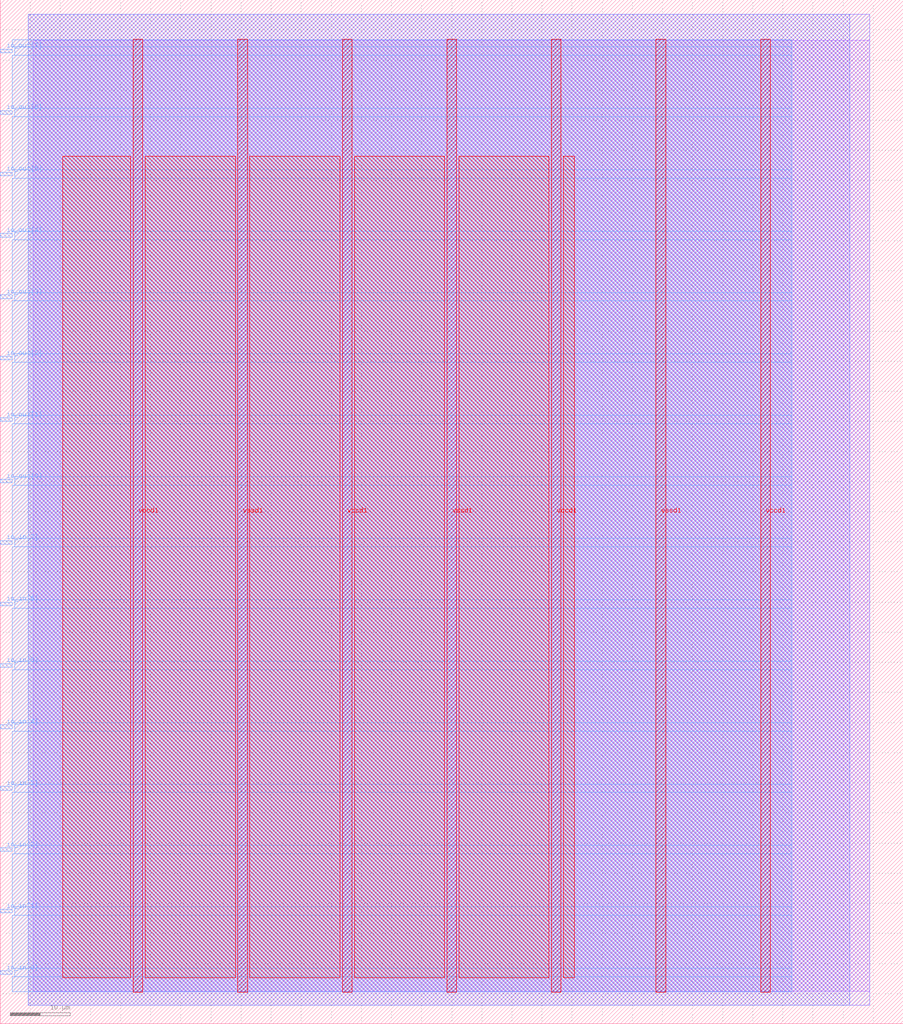
<source format=lef>
VERSION 5.7 ;
  NOWIREEXTENSIONATPIN ON ;
  DIVIDERCHAR "/" ;
  BUSBITCHARS "[]" ;
MACRO gatecat_fpga_top
  CLASS BLOCK ;
  FOREIGN gatecat_fpga_top ;
  ORIGIN 0.000 0.000 ;
  SIZE 150.000 BY 170.000 ;
  PIN io_in[0]
    DIRECTION INPUT ;
    USE SIGNAL ;
    PORT
      LAYER met3 ;
        RECT 0.000 8.200 2.000 8.800 ;
    END
  END io_in[0]
  PIN io_in[1]
    DIRECTION INPUT ;
    USE SIGNAL ;
    PORT
      LAYER met3 ;
        RECT 0.000 18.400 2.000 19.000 ;
    END
  END io_in[1]
  PIN io_in[2]
    DIRECTION INPUT ;
    USE SIGNAL ;
    PORT
      LAYER met3 ;
        RECT 0.000 28.600 2.000 29.200 ;
    END
  END io_in[2]
  PIN io_in[3]
    DIRECTION INPUT ;
    USE SIGNAL ;
    PORT
      LAYER met3 ;
        RECT 0.000 38.800 2.000 39.400 ;
    END
  END io_in[3]
  PIN io_in[4]
    DIRECTION INPUT ;
    USE SIGNAL ;
    PORT
      LAYER met3 ;
        RECT 0.000 49.000 2.000 49.600 ;
    END
  END io_in[4]
  PIN io_in[5]
    DIRECTION INPUT ;
    USE SIGNAL ;
    PORT
      LAYER met3 ;
        RECT 0.000 59.200 2.000 59.800 ;
    END
  END io_in[5]
  PIN io_in[6]
    DIRECTION INPUT ;
    USE SIGNAL ;
    PORT
      LAYER met3 ;
        RECT 0.000 69.400 2.000 70.000 ;
    END
  END io_in[6]
  PIN io_in[7]
    DIRECTION INPUT ;
    USE SIGNAL ;
    PORT
      LAYER met3 ;
        RECT 0.000 79.600 2.000 80.200 ;
    END
  END io_in[7]
  PIN io_out[0]
    DIRECTION OUTPUT TRISTATE ;
    USE SIGNAL ;
    PORT
      LAYER met3 ;
        RECT 0.000 89.800 2.000 90.400 ;
    END
  END io_out[0]
  PIN io_out[1]
    DIRECTION OUTPUT TRISTATE ;
    USE SIGNAL ;
    PORT
      LAYER met3 ;
        RECT 0.000 100.000 2.000 100.600 ;
    END
  END io_out[1]
  PIN io_out[2]
    DIRECTION OUTPUT TRISTATE ;
    USE SIGNAL ;
    PORT
      LAYER met3 ;
        RECT 0.000 110.200 2.000 110.800 ;
    END
  END io_out[2]
  PIN io_out[3]
    DIRECTION OUTPUT TRISTATE ;
    USE SIGNAL ;
    PORT
      LAYER met3 ;
        RECT 0.000 120.400 2.000 121.000 ;
    END
  END io_out[3]
  PIN io_out[4]
    DIRECTION OUTPUT TRISTATE ;
    USE SIGNAL ;
    PORT
      LAYER met3 ;
        RECT 0.000 130.600 2.000 131.200 ;
    END
  END io_out[4]
  PIN io_out[5]
    DIRECTION OUTPUT TRISTATE ;
    USE SIGNAL ;
    PORT
      LAYER met3 ;
        RECT 0.000 140.800 2.000 141.400 ;
    END
  END io_out[5]
  PIN io_out[6]
    DIRECTION OUTPUT TRISTATE ;
    USE SIGNAL ;
    PORT
      LAYER met3 ;
        RECT 0.000 151.000 2.000 151.600 ;
    END
  END io_out[6]
  PIN io_out[7]
    DIRECTION OUTPUT TRISTATE ;
    USE SIGNAL ;
    PORT
      LAYER met3 ;
        RECT 0.000 161.200 2.000 161.800 ;
    END
  END io_out[7]
  PIN vccd1
    DIRECTION INOUT ;
    USE POWER ;
    PORT
      LAYER met4 ;
        RECT 22.090 5.200 23.690 163.440 ;
    END
    PORT
      LAYER met4 ;
        RECT 56.830 5.200 58.430 163.440 ;
    END
    PORT
      LAYER met4 ;
        RECT 91.570 5.200 93.170 163.440 ;
    END
    PORT
      LAYER met4 ;
        RECT 126.310 5.200 127.910 163.440 ;
    END
  END vccd1
  PIN vssd1
    DIRECTION INOUT ;
    USE GROUND ;
    PORT
      LAYER met4 ;
        RECT 39.460 5.200 41.060 163.440 ;
    END
    PORT
      LAYER met4 ;
        RECT 74.200 5.200 75.800 163.440 ;
    END
    PORT
      LAYER met4 ;
        RECT 108.940 5.200 110.540 163.440 ;
    END
  END vssd1
  OBS
      LAYER li1 ;
        RECT 5.520 5.355 144.440 163.285 ;
      LAYER met1 ;
        RECT 4.670 3.100 144.440 167.580 ;
      LAYER met2 ;
        RECT 4.690 3.070 141.120 167.610 ;
      LAYER met3 ;
        RECT 2.000 162.200 131.495 163.365 ;
        RECT 2.400 160.800 131.495 162.200 ;
        RECT 2.000 152.000 131.495 160.800 ;
        RECT 2.400 150.600 131.495 152.000 ;
        RECT 2.000 141.800 131.495 150.600 ;
        RECT 2.400 140.400 131.495 141.800 ;
        RECT 2.000 131.600 131.495 140.400 ;
        RECT 2.400 130.200 131.495 131.600 ;
        RECT 2.000 121.400 131.495 130.200 ;
        RECT 2.400 120.000 131.495 121.400 ;
        RECT 2.000 111.200 131.495 120.000 ;
        RECT 2.400 109.800 131.495 111.200 ;
        RECT 2.000 101.000 131.495 109.800 ;
        RECT 2.400 99.600 131.495 101.000 ;
        RECT 2.000 90.800 131.495 99.600 ;
        RECT 2.400 89.400 131.495 90.800 ;
        RECT 2.000 80.600 131.495 89.400 ;
        RECT 2.400 79.200 131.495 80.600 ;
        RECT 2.000 70.400 131.495 79.200 ;
        RECT 2.400 69.000 131.495 70.400 ;
        RECT 2.000 60.200 131.495 69.000 ;
        RECT 2.400 58.800 131.495 60.200 ;
        RECT 2.000 50.000 131.495 58.800 ;
        RECT 2.400 48.600 131.495 50.000 ;
        RECT 2.000 39.800 131.495 48.600 ;
        RECT 2.400 38.400 131.495 39.800 ;
        RECT 2.000 29.600 131.495 38.400 ;
        RECT 2.400 28.200 131.495 29.600 ;
        RECT 2.000 19.400 131.495 28.200 ;
        RECT 2.400 18.000 131.495 19.400 ;
        RECT 2.000 9.200 131.495 18.000 ;
        RECT 2.400 7.800 131.495 9.200 ;
        RECT 2.000 5.275 131.495 7.800 ;
      LAYER met4 ;
        RECT 10.415 7.655 21.690 143.985 ;
        RECT 24.090 7.655 39.060 143.985 ;
        RECT 41.460 7.655 56.430 143.985 ;
        RECT 58.830 7.655 73.800 143.985 ;
        RECT 76.200 7.655 91.170 143.985 ;
        RECT 93.570 7.655 95.385 143.985 ;
  END
END gatecat_fpga_top
END LIBRARY


</source>
